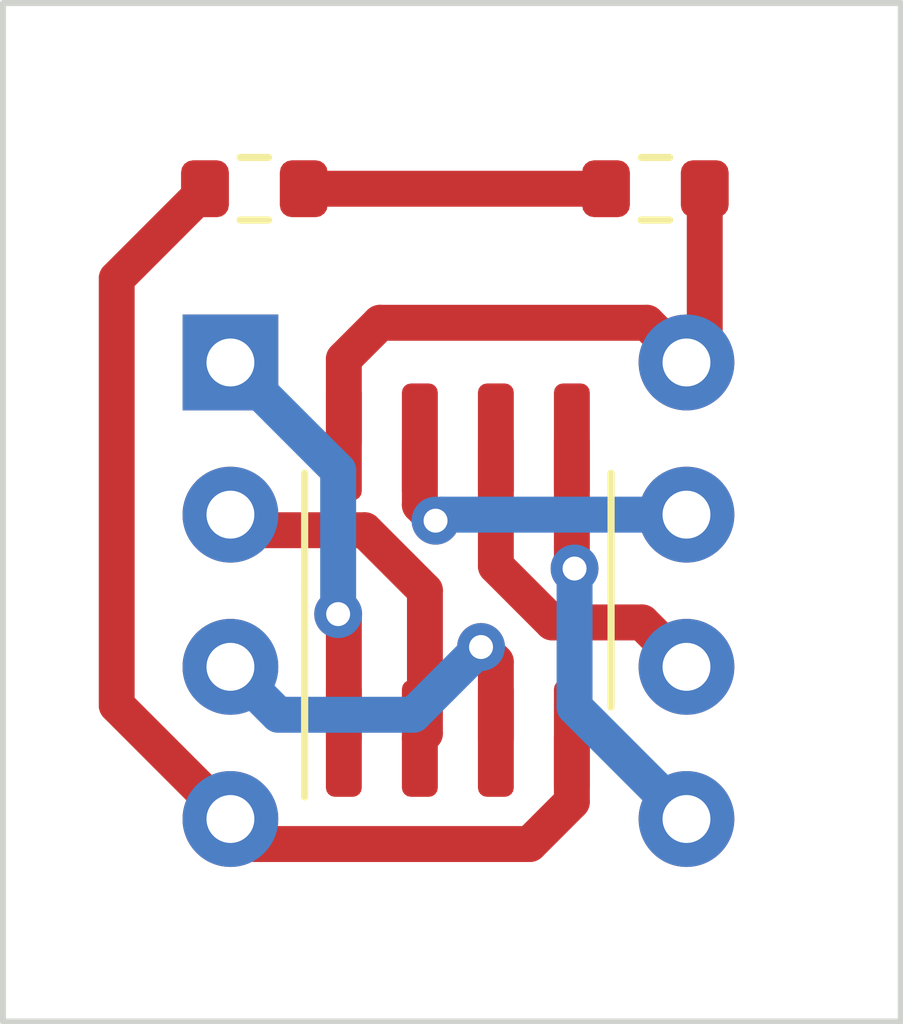
<source format=kicad_pcb>
(kicad_pcb (version 20240108) (generator "pcbnew") (generator_version "8.0")
  (layers (0 "F.Cu" signal) (31 "B.Cu" signal) (34 "B.Paste" user) (35 "F.Paste" user) (36 "B.SilkS" user "B.Silkscreen") (37 "F.SilkS" user "F.Silkscreen") (38 "B.Mask" user) (39 "F.Mask" user) (44 "Edge.Cuts" user))
  (net 0 "")
  (net 1 "1")
  (net 2 "2")
  (net 3 "3")
  (net 4 "4")
  (net 5 "5")
  (net 6 "6")
  (net 7 "7")
  (net 8 "8")
  (net 9 "Net-(D1-A)")
  (footprint "Package_DIP:DIP-8_W7.62mm_Socket" (layer "F.Cu") (at 138.8 102.5)
    (property "Reference" "U1" (hide yes))
    (property "Value" "OPA2134" (hide yes))
    (pad "1" thru_hole rect (at 0 0) (size 1.6 1.6) (drill 0.8) (layers "*.Cu" "*.Mask") (net 1 "1"))
    (pad "2" thru_hole oval (at 0 2.54) (size 1.6 1.6) (drill 0.8) (layers "*.Cu" "*.Mask") (net 2 "2"))
    (pad "3" thru_hole oval (at 0 5.08) (size 1.6 1.6) (drill 0.8) (layers "*.Cu" "*.Mask") (net 3 "3"))
    (pad "4" thru_hole oval (at 0 7.62) (size 1.6 1.6) (drill 0.8) (layers "*.Cu" "*.Mask") (net 4 "4"))
    (pad "5" thru_hole oval (at 7.62 7.62) (size 1.6 1.6) (drill 0.8) (layers "*.Cu" "*.Mask") (net 5 "5"))
    (pad "6" thru_hole oval (at 7.62 5.08) (size 1.6 1.6) (drill 0.8) (layers "*.Cu" "*.Mask") (net 6 "6"))
    (pad "7" thru_hole oval (at 7.62 2.54) (size 1.6 1.6) (drill 0.8) (layers "*.Cu" "*.Mask") (net 7 "7"))
    (pad "8" thru_hole oval (at 7.62 0) (size 1.6 1.6) (drill 0.8) (layers "*.Cu" "*.Mask") (net 8 "8"))
  )
  (footprint "Package_SO:SOIC-8_3.9x4.9mm_P1.27mm" (layer "F.Cu") (at 142.6 106.3 90)
    (property "Reference" "U2" (hide yes))
    (property "Value" "OPA2134")
    (fp_line (start 0 -2.56) (end 1.95 -2.56) (stroke (width 0.12)) (layer "F.SilkS"))
    (fp_line (start 0 -2.56) (end -3.45 -2.56) (stroke (width 0.12)) (layer "F.SilkS"))
    (fp_line (start 0 2.56) (end 1.95 2.56) (stroke (width 0.12)) (layer "F.SilkS"))
    (fp_line (start 0 2.56) (end -1.95 2.56) (stroke (width 0.12)) (layer "F.SilkS"))
    (pad "1" smd roundrect (at -2.475 -1.905 90) (size 1.95 0.6) (layers "F.Cu" "F.Paste" "F.Mask") (net 1 "1"))
    (pad "2" smd roundrect (at -2.475 -0.635 90) (size 1.95 0.6) (layers "F.Cu" "F.Paste" "F.Mask") (net 2 "2"))
    (pad "3" smd roundrect (at -2.475 0.635 90) (size 1.95 0.6) (layers "F.Cu" "F.Paste" "F.Mask") (net 3 "3"))
    (pad "4" smd roundrect (at -2.475 1.905 90) (size 1.95 0.6) (layers "F.Cu" "F.Paste" "F.Mask") (net 4 "4"))
    (pad "5" smd roundrect (at 2.475 1.905 90) (size 1.95 0.6) (layers "F.Cu" "F.Paste" "F.Mask") (net 5 "5"))
    (pad "6" smd roundrect (at 2.475 0.635 90) (size 1.95 0.6) (layers "F.Cu" "F.Paste" "F.Mask") (net 6 "6"))
    (pad "7" smd roundrect (at 2.475 -0.635 90) (size 1.95 0.6) (layers "F.Cu" "F.Paste" "F.Mask") (net 7 "7"))
    (pad "8" smd roundrect (at 2.475 -1.905 90) (size 1.95 0.6) (layers "F.Cu" "F.Paste" "F.Mask") (net 8 "8"))
  )
  (footprint "Resistor_SMD:R_0603_1608Metric" (layer "F.Cu") (at 139.2 99.6)
    (property "Reference" "D1" (hide yes))
    (property "Value" "LED")
    (fp_line (start -0.237258 -0.5225) (end 0.237258 -0.5225) (stroke (width 0.12)) (layer "F.SilkS"))
    (fp_line (start -0.237258 0.5225) (end 0.237258 0.5225) (stroke (width 0.12)) (layer "F.SilkS"))
    (pad "1" smd roundrect (at -0.825 0) (size 0.8 0.95) (layers "F.Cu" "F.Paste" "F.Mask") (net 4 "4"))
    (pad "2" smd roundrect (at 0.825 0) (size 0.8 0.95) (layers "F.Cu" "F.Paste" "F.Mask") (net 9 "Net-(D1-A)"))
  )
  (footprint "Resistor_SMD:R_0603_1608Metric" (layer "F.Cu") (at 145.9 99.6 180)
    (property "Reference" "R1" (hide yes))
    (property "Value" "10K")
    (fp_line (start -0.237258 0.5225) (end 0.237258 0.5225) (stroke (width 0.12)) (layer "F.SilkS"))
    (fp_line (start -0.237258 -0.5225) (end 0.237258 -0.5225) (stroke (width 0.12)) (layer "F.SilkS"))
    (pad "1" smd roundrect (at -0.825 0 180) (size 0.8 0.95) (layers "F.Cu" "F.Paste" "F.Mask") (net 8 "8"))
    (pad "2" smd roundrect (at 0.825 0 180) (size 0.8 0.95) (layers "F.Cu" "F.Paste" "F.Mask") (net 9 "Net-(D1-A)"))
  )
  (gr_line (start 135 113.5) (end 135 96.5) (stroke (width 0.1)) (layer "Edge.Cuts"))
  (gr_line (start 150 96.5) (end 150 113.5) (stroke (width 0.1)) (layer "Edge.Cuts"))
  (gr_line (start 135 96.5) (end 150 96.5) (stroke (width 0.1)) (layer "Edge.Cuts"))
  (gr_line (start 150 113.5) (end 135 113.5) (stroke (width 0.1)) (layer "Edge.Cuts"))
  (segment (start 140.695 106.795) (end 140.6 106.7) (width 0.6) (layer "F.Cu") (net 1))
  (segment (start 140.695 108.775) (end 140.695 106.795) (width 0.6) (layer "F.Cu") (net 1))
  (via (at 140.6 106.7) (size 0.8) (drill 0.4) (layers "F.Cu" "B.Cu") (net 1))
  (segment (start 140.6 104.3) (end 140.6 106.7) (width 0.6) (layer "B.Cu") (net 1))
  (segment (start 138.8 102.5) (end 140.6 104.3) (width 0.6) (layer "B.Cu") (net 1))
  (segment (start 141.043503 105.3) (end 139.06 105.3) (width 0.6) (layer "F.Cu") (net 2))
  (segment (start 142.05 106.306497) (end 141.043503 105.3) (width 0.6) (layer "F.Cu") (net 2))
  (segment (start 141.965 108.775) (end 142.05 108.69) (width 0.6) (layer "F.Cu") (net 2))
  (segment (start 142.05 108.69) (end 142.05 106.306497) (width 0.6) (layer "F.Cu") (net 2))
  (segment (start 139.06 105.3) (end 138.8 105.04) (width 0.6) (layer "F.Cu") (net 2))
  (segment (start 143.235 107.497397) (end 142.987105 107.249502) (width 0.6) (layer "F.Cu") (net 3))
  (segment (start 143.235 108.775) (end 143.235 107.497397) (width 0.6) (layer "F.Cu") (net 3))
  (via (at 142.987105 107.249502) (size 0.8) (drill 0.4) (layers "F.Cu" "B.Cu") (net 3))
  (segment (start 141.856608 108.379999) (end 142.987105 107.249502) (width 0.6) (layer "B.Cu") (net 3))
  (segment (start 138.8 107.58) (end 139.599999 108.379999) (width 0.6) (layer "B.Cu") (net 3))
  (segment (start 139.599999 108.379999) (end 141.856608 108.379999) (width 0.6) (layer "B.Cu") (net 3))
  (segment (start 143.8 110.537499) (end 139.217499 110.537499) (width 0.6) (layer "F.Cu") (net 4))
  (segment (start 139.217499 110.537499) (end 138.8 110.12) (width 0.6) (layer "F.Cu") (net 4))
  (segment (start 136.9 101.1) (end 136.9 108.22) (width 0.6) (layer "F.Cu") (net 4))
  (segment (start 144.505 109.832499) (end 143.8 110.537499) (width 0.6) (layer "F.Cu") (net 4))
  (segment (start 144.505 108.775) (end 144.505 109.832499) (width 0.6) (layer "F.Cu") (net 4))
  (segment (start 136.9 108.22) (end 138.8 110.12) (width 0.6) (layer "F.Cu") (net 4))
  (segment (start 138.375 99.6) (end 138.375 99.625) (width 0.6) (layer "F.Cu") (net 4))
  (segment (start 138.375 99.625) (end 136.9 101.1) (width 0.6) (layer "F.Cu") (net 4))
  (segment (start 144.505 105.894566) (end 144.549934 105.9395) (width 0.6) (layer "F.Cu") (net 5))
  (segment (start 144.505 103.825) (end 144.505 105.894566) (width 0.6) (layer "F.Cu") (net 5))
  (via (at 144.549934 105.9395) (size 0.8) (drill 0.4) (layers "F.Cu" "B.Cu") (net 5))
  (segment (start 146.42 110.12) (end 144.549934 108.249934) (width 0.6) (layer "B.Cu") (net 5))
  (segment (start 144.549934 108.249934) (end 144.549934 105.9395) (width 0.6) (layer "B.Cu") (net 5))
  (segment (start 143.235 105.896652) (end 144.177348 106.839) (width 0.6) (layer "F.Cu") (net 6))
  (segment (start 145.679 106.839) (end 146.42 107.58) (width 0.6) (layer "F.Cu") (net 6))
  (segment (start 144.177348 106.839) (end 145.679 106.839) (width 0.6) (layer "F.Cu") (net 6))
  (segment (start 143.235 103.825) (end 143.235 105.896652) (width 0.6) (layer "F.Cu") (net 6))
  (segment (start 141.965 103.825) (end 141.965 104.877993) (width 0.6) (layer "F.Cu") (net 7))
  (segment (start 141.965 104.877993) (end 142.22737 105.140363) (width 0.6) (layer "F.Cu") (net 7))
  (via (at 142.22737 105.140363) (size 0.8) (drill 0.4) (layers "F.Cu" "B.Cu") (net 7))
  (segment (start 146.42 105.04) (end 142.327733 105.04) (width 0.6) (layer "B.Cu") (net 7))
  (segment (start 142.327733 105.04) (end 142.22737 105.140363) (width 0.6) (layer "B.Cu") (net 7))
  (segment (start 146.725 99.6) (end 146.725 102.195) (width 0.6) (layer "F.Cu") (net 8))
  (segment (start 140.695 103.825) (end 140.695 102.442499) (width 0.6) (layer "F.Cu") (net 8))
  (segment (start 145.757499 101.837499) (end 146.42 102.5) (width 0.6) (layer "F.Cu") (net 8))
  (segment (start 146.725 102.195) (end 146.42 102.5) (width 0.6) (layer "F.Cu") (net 8))
  (segment (start 140.695 102.442499) (end 141.3 101.837499) (width 0.6) (layer "F.Cu") (net 8))
  (segment (start 141.3 101.837499) (end 145.757499 101.837499) (width 0.6) (layer "F.Cu") (net 8))
  (segment (start 145.075 99.6) (end 140.025 99.6) (width 0.6) (layer "F.Cu") (net 9))
)
</source>
